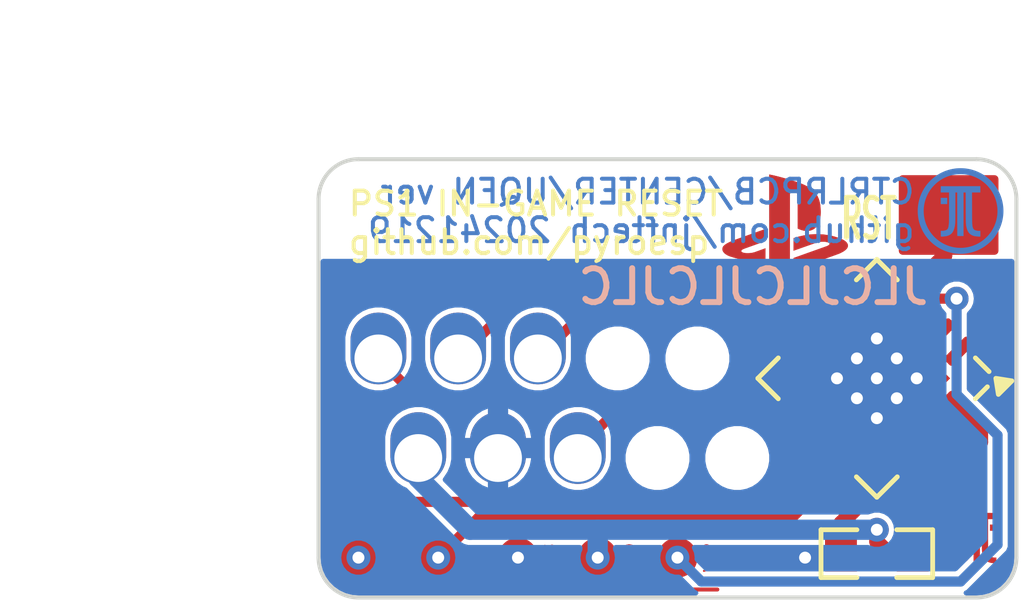
<source format=kicad_pcb>
(kicad_pcb (version 20240108) (generator "pcbnew") (generator_version "8.0")
  (layers (0 "F.Cu" signal) (31 "B.Cu" signal) (34 "B.Paste" user) (35 "F.Paste" user) (36 "B.SilkS" user "B.Silkscreen") (37 "F.SilkS" user "F.Silkscreen") (38 "B.Mask" user) (39 "F.Mask" user) (44 "Edge.Cuts" user))
  (net 0 "")
  (net 1 "+3V3")
  (net 2 "GND")
  (net 3 "/VPP\\~{MCLR}")
  (net 4 "/ICSPDAT")
  (net 5 "/ICSPCLK")
  (net 6 "/CLK")
  (net 7 "/DATA")
  (net 8 "/CMD")
  (net 9 "/~{SS}")
  (net 10 "/RESET")
  (footprint "PS1-IGR:JFTLOGO-1x1.3mm" (layer "F.Cu") (at 120.5 94.5)
    (property "Reference" "G***" (hide yes))
    (property "Value" "LOGO" (hide yes))
    (fp_poly (pts (xy 0.492125 -0.179161) (xy 0.340178 -0.179161) (xy 0.340178 -0.326572) (xy 0.492125 -0.326572) (xy 0.492125 -0.179161)) (stroke (width 0.01)) (fill solid) (layer "F.Cu"))
    (fp_poly (pts (xy 0.490991 -0.617992) (xy 0.491589 -0.543719) (xy 0.492187 -0.469447) (xy 0.28575 -0.469447) (xy 0.285782 -0.106023) (xy 0.2858 -0.062284) (xy 0.285845 -0.019882) (xy 0.285916 0.020937) (xy 0.286011 0.059929) (xy 0.286129 0.096849) (xy 0.286269 0.131454) (xy 0.286429 0.163498) (xy 0.286609 0.192737) (xy 0.286806 0.218926) (xy 0.287019 0.241821) (xy 0.287247 0.261178) (xy 0.287488 0.276752) (xy 0.287742 0.288299) (xy 0.288006 0.295573) (xy 0.288027 0.295955) (xy 0.290656 0.331148) (xy 0.294269 0.3625) (xy 0.298842 0.38988) (xy 0.304351 0.413156) (xy 0.310771 0.432197) (xy 0.315495 0.442382) (xy 0.326643 0.458511) (xy 0.34152 0.472087) (xy 0.360095 0.483097) (xy 0.382339 0.491532) (xy 0.408224 0.497378) (xy 0.43772 0.500623) (xy 0.46092 0.501343) (xy 0.492192 0.501414) (xy 0.491591 0.568774) (xy 0.490991 0.636133) (xy 0.47058 0.636836) (xy 0.460088 0.636911) (xy 0.446822 0.636588) (xy 0.43252 0.635929) (xy 0.419553 0.635046) (xy 0.380056 0.630342) (xy 0.344106 0.622928) (xy 0.311577 0.61276) (xy 0.282346 0.599789) (xy 0.256287 0.583971) (xy 0.234977 0.566837) (xy 0.215656 0.546172) (xy 0.198361 0.52146) (xy 0.183098 0.492712) (xy 0.169871 0.459939) (xy 0.158685 0.423155) (xy 0.149544 0.382371) (xy 0.142455 0.3376) (xy 0.141363 0.328839) (xy 0.140856 0.324295) (xy 0.140392 0.319382) (xy 0.139969 0.313882) (xy 0.139584 0.307578) (xy 0.139236 0.30025) (xy 0.138922 0.291683) (xy 0.138639 0.281656) (xy 0.138384 0.269954) (xy 0.138156 0.256356) (xy 0.137952 0.240647) (xy 0.137769 0.222607) (xy 0.137605 0.202019) (xy 0.137457 0.178665) (xy 0.137323 0.152328) (xy 0.137201 0.122788) (xy 0.137088 0.089828) (xy 0.136981 0.05323) (xy 0.136879 0.012777) (xy 0.136778 -0.03175) (xy 0.136676 -0.080568) (xy 0.136664 -0.086746) (xy 0.135898 -0.469447) (xy 0.079384 -0.469447) (xy 0.078812 0.07654) (xy 0.078241 0.622526) (xy 0.003968 0.623124) (xy -0.070304 0.623722) (xy -0.070304 -0.469447) (xy -0.133631 -0.469447) (xy -0.134397 -0.086746) (xy -0.134497 -0.036297) (xy -0.13459 0.009844) (xy -0.134685 0.051904) (xy -0.134787 0.090109) (xy -0.134905 0.124688) (xy -0.135046 0.155867) (xy -0.135216 0.183874) (xy -0.135423 0.208935) (xy -0.135675 0.231279) (xy -0.135978 0.251132) (xy -0.136339 0.268721) (xy -0.136767 0.284274) (xy -0.137268 0.298019) (xy -0.137849 0.310181) (xy -0.138518 0.320988) (xy -0.139281 0.330669) (xy -0.140147 0.339449) (xy -0.141122 0.347556) (xy -0.142213 0.355217) (xy -0.143429 0.36266) (xy -0.144775 0.370111) (xy -0.146259 0.377799) (xy -0.147889 0.385949) (xy -0.149671 0.39479) (xy -0.149721 0.395035) (xy -0.158811 0.433468) (xy -0.169872 0.46793) (xy -0.182972 0.498568) (xy -0.198182 0.525528) (xy -0.215572 0.548959) (xy -0.23017 0.564384) (xy -0.251962 0.582665) (xy -0.276001 0.59813) (xy -0.30256 0.610868) (xy -0.331914 0.620974) (xy -0.364338 0.628537) (xy -0.400106 0.633651) (xy -0.439493 0.636406) (xy -0.446201 0.636636) (xy -0.489857 0.63793) (xy -0.489857 0.501164) (xy -0.474549 0.502541) (xy -0.462085 0.502953) (xy -0.446676 0.502394) (xy -0.429778 0.501003) (xy -0.412844 0.498918) (xy -0.397329 0.496278) (xy -0.388745 0.494343) (xy -0.367637 0.487802) (xy -0.349841 0.4796) (xy -0.335004 0.46932) (xy -0.322768 0.456541) (xy -0.312781 0.440844) (xy -0.304685 0.421808) (xy -0.298126 0.399013) (xy -0.294763 0.383267) (xy -0.29357 0.376999) (xy -0.292478 0.371032) (xy -0.291483 0.365148) (xy -0.29058 0.35913) (xy -0.289763 0.352759) (xy -0.289028 0.345815) (xy -0.28837 0.338081) (xy -0.287783 0.329337) (xy -0.287263 0.319367) (xy -0.286804 0.30795) (xy -0.286402 0.294868) (xy -0.286052 0.279904) (xy -0.285748 0.262838) (xy -0.285485 0.243451) (xy -0.285259 0.221526) (xy -0.285064 0.196844) (xy -0.284896 0.169186) (xy -0.284749 0.138334) (xy -0.284619 0.10407) (xy -0.284499 0.066174) (xy -0.284386 0.024428) (xy -0.284275 -0.021386) (xy -0.28416 -0.071487) (xy -0.284143 -0.078809) (xy -0.283257 -0.469447) (xy -0.489857 -0.469447) (xy -0.489857 -0.619136) (xy 0.490991 -0.617992)) (stroke (width 0.01)) (fill solid) (layer "F.Cu"))
  )
  (footprint "PS1-IGR:R_0603_0.8mm" (layer "F.Cu") (at 118 94.9 180)
    (property "Reference" "C1" (hide yes))
    (property "Value" "0.1uF")
    (fp_line (start 1.4 -0.600001) (end 1.4 0.600001) (stroke (width 0.12)) (layer "F.SilkS"))
    (fp_line (start 0.499999 0.6) (end 1.4 0.600001) (stroke (width 0.12)) (layer "F.SilkS"))
    (fp_line (start 0.499999 -0.6) (end 1.4 -0.600001) (stroke (width 0.12)) (layer "F.SilkS"))
    (fp_line (start -1.4 0.600001) (end -0.499999 0.6) (stroke (width 0.12)) (layer "F.SilkS"))
    (fp_line (start -1.4 -0.600001) (end -0.499999 -0.6) (stroke (width 0.12)) (layer "F.SilkS"))
    (fp_line (start -1.4 -0.600001) (end -1.4 0.600001) (stroke (width 0.12)) (layer "F.SilkS"))
    (pad "1" smd rect (at -0.9 0 180) (size 0.8 0.9) (layers "F.Cu" "F.Paste" "F.Mask") (net 1 "+3V3"))
    (pad "2" smd rect (at 0.9 0 180) (size 0.8 0.9) (layers "F.Cu" "F.Paste" "F.Mask") (net 2 "GND"))
  )
  (footprint "PS1-IGR:UQFN-16-1EP_4x4mm_P0.65mm_EP2.6x2.6mm" (layer "F.Cu") (at 118 90.5 -135)
    (property "Reference" "U1" (hide yes))
    (property "Value" "PIC16F18325-IJQ")
    (fp_line (start 2.11 2.11) (end 2.11 1.385) (stroke (width 0.12)) (layer "F.SilkS"))
    (fp_line (start 1.385 2.11) (end 2.11 2.11) (stroke (width 0.12)) (layer "F.SilkS"))
    (fp_line (start -1.385 2.11) (end -2.11 2.11) (stroke (width 0.12)) (layer "F.SilkS"))
    (fp_line (start -2.11 2.11) (end -2.11 1.385) (stroke (width 0.12)) (layer "F.SilkS"))
    (fp_line (start 2.11 -2.11) (end 2.11 -1.385) (stroke (width 0.12)) (layer "F.SilkS"))
    (fp_line (start 1.385 -2.11) (end 2.11 -2.11) (stroke (width 0.12)) (layer "F.SilkS"))
    (fp_line (start -2.11 -1.385) (end -2.11 -1.87) (stroke (width 0.12)) (layer "F.SilkS"))
    (fp_line (start -1.385 -2.11) (end -1.81 -2.11) (stroke (width 0.12)) (layer "F.SilkS"))
    (fp_poly (pts (xy -2.11 -2.11) (xy -2.349999 -2.44) (xy -1.87 -2.44) (xy -2.11 -2.11)) (stroke (width 0.12)) (fill solid) (layer "F.SilkS"))
    (pad "1" smd roundrect (at -1.9375 -0.975001 225) (size 0.825 0.3) (layers "F.Cu" "F.Paste" "F.Mask"))
    (pad "2" smd roundrect (at -1.9375 -0.325 225) (size 0.825 0.3) (layers "F.Cu" "F.Paste" "F.Mask"))
    (pad "3" smd roundrect (at -1.9375 0.325 225) (size 0.825 0.3) (layers "F.Cu" "F.Paste" "F.Mask") (net 3 "/VPP\\~{MCLR}"))
    (pad "4" smd roundrect (at -1.9375 0.975001 225) (size 0.825 0.3) (layers "F.Cu" "F.Paste" "F.Mask") (net 10 "/RESET"))
    (pad "5" smd roundrect (at -0.975001 1.9375 225) (size 0.3 0.825) (layers "F.Cu" "F.Paste" "F.Mask"))
    (pad "6" smd roundrect (at -0.325 1.9375 225) (size 0.3 0.825) (layers "F.Cu" "F.Paste" "F.Mask"))
    (pad "7" smd roundrect (at 0.325 1.9375 225) (size 0.3 0.825) (layers "F.Cu" "F.Paste" "F.Mask") (net 8 "/CMD"))
    (pad "8" smd roundrect (at 0.975001 1.9375 225) (size 0.3 0.825) (layers "F.Cu" "F.Paste" "F.Mask") (net 7 "/DATA"))
    (pad "9" smd roundrect (at 1.9375 0.975001 225) (size 0.825 0.3) (layers "F.Cu" "F.Paste" "F.Mask") (net 6 "/CLK"))
    (pad "10" smd roundrect (at 1.9375 0.325 225) (size 0.825 0.3) (layers "F.Cu" "F.Paste" "F.Mask") (net 9 "/~{SS}"))
    (pad "11" smd roundrect (at 1.9375 -0.325 225) (size 0.825 0.3) (layers "F.Cu" "F.Paste" "F.Mask") (net 5 "/ICSPCLK"))
    (pad "12" smd roundrect (at 1.9375 -0.975001 225) (size 0.825 0.3) (layers "F.Cu" "F.Paste" "F.Mask") (net 4 "/ICSPDAT"))
    (pad "13" smd roundrect (at 0.975001 -1.9375 225) (size 0.3 0.825) (layers "F.Cu" "F.Paste" "F.Mask") (net 2 "GND"))
    (pad "14" smd roundrect (at 0.325 -1.9375 225) (size 0.3 0.825) (layers "F.Cu" "F.Paste" "F.Mask"))
    (pad "15" smd roundrect (at -0.325 -1.9375 225) (size 0.3 0.825) (layers "F.Cu" "F.Paste" "F.Mask"))
    (pad "16" smd roundrect (at -0.975001 -1.9375 225) (size 0.3 0.825) (layers "F.Cu" "F.Paste" "F.Mask") (net 1 "+3V3"))
    (pad "17" smd rect (at 0 0 225) (size 2.6 2.6) (property pad_prop_heatsink) (layers "F.Cu" "F.Mask") (net 2 "GND"))
  )
  (footprint "PS1-IGR:TestPoint_Pad_NoSilk_D1.0mm" (layer "F.Cu") (at 113 95)
    (property "Reference" "TP1" (hide yes))
    (property "Value" "VPP" (at 0.8 0 -90) (layer "F.Cu") (effects (font (size 0.25 0.25) (thickness 0.05))))
    (pad "1" smd circle (at 0 0) (size 1 1) (layers "F.Cu" "F.Mask") (net 3 "/VPP\\~{MCLR}"))
  )
  (footprint "PS1-IGR:TestPoint_Pad_NoSilk_D1.0mm" (layer "F.Cu") (at 111 95)
    (property "Reference" "TP2" (hide yes))
    (property "Value" "VDD" (at 0.8 0 -90) (layer "F.Cu") (effects (font (size 0.25 0.25) (thickness 0.05))))
    (pad "1" smd circle (at 0 0) (size 1 1) (layers "F.Cu" "F.Mask") (net 1 "+3V3"))
  )
  (footprint "PS1-IGR:TestPoint_Pad_NoSilk_D1.0mm" (layer "F.Cu") (at 109 95)
    (property "Reference" "TP3" (hide yes))
    (property "Value" "VSS" (at 0.8 0 -90) (layer "F.Cu") (effects (font (size 0.25 0.25) (thickness 0.05))))
    (pad "1" smd circle (at 0 0) (size 1 1) (layers "F.Cu" "F.Mask") (net 2 "GND"))
  )
  (footprint "PS1-IGR:TestPoint_Pad_NoSilk_D1.0mm" (layer "F.Cu") (at 107 95)
    (property "Reference" "TP4" (hide yes))
    (property "Value" "DAT" (at 0.8 0 -90) (layer "F.Cu") (effects (font (size 0.25 0.25) (thickness 0.05))))
    (pad "1" smd circle (at 0 0) (size 1 1) (layers "F.Cu" "F.Mask") (net 4 "/ICSPDAT"))
  )
  (footprint "PS1-IGR:__LOGO_PS1_Cu-2.4mm" (layer "F.Cu") (at 115.7 86.6)
    (property "Reference" "G***" (hide yes))
    (property "Value" "LOGO" (hide yes))
    (fp_poly (pts (xy -0.392114 -1.212239) (xy -0.390173 -1.211824) (xy -0.386082 -1.210972) (xy -0.380179 -1.209754) (xy -0.372804 -1.208239) (xy -0.364295 -1.206497) (xy -0.35499 -1.204597) (xy -0.352425 -1.204074) (xy -0.318902 -1.197004) (xy -0.283225 -1.189026) (xy -0.245591 -1.180193) (xy -0.206198 -1.170558) (xy -0.165242 -1.160175) (xy -0.122921 -1.149097) (xy -0.079432 -1.137377) (xy -0.034972 -1.125069) (xy 0.010262 -1.112226) (xy 0.056073 -1.098901) (xy 0.102263 -1.085148) (xy 0.148636 -1.07102) (xy 0.194994 -1.05657) (xy 0.20828 -1.052368) (xy 0.240872 -1.041933) (xy 0.271201 -1.032026) (xy 0.29947 -1.022567) (xy 0.325883 -1.013478) (xy 0.350643 -1.004682) (xy 0.373955 -0.996099) (xy 0.39602 -0.987652) (xy 0.417043 -0.979262) (xy 0.437228 -0.970851) (xy 0.456778 -0.962339) (xy 0.475896 -0.95365) (xy 0.494786 -0.944705) (xy 0.513651 -0.935425) (xy 0.518795 -0.932838) (xy 0.535578 -0.924253) (xy 0.550551 -0.916348) (xy 0.564245 -0.908817) (xy 0.577188 -0.901353) (xy 0.589913 -0.893649) (xy 0.602948 -0.8854) (xy 0.616825 -0.876299) (xy 0.617855 -0.875614) (xy 0.65033 -0.852698) (xy 0.680503 -0.828746) (xy 0.70842 -0.803698) (xy 0.734124 -0.777489) (xy 0.757661 -0.750058) (xy 0.779076 -0.721341) (xy 0.798412 -0.691277) (xy 0.815716 -0.659803) (xy 0.831031 -0.626856) (xy 0.844403 -0.592374) (xy 0.855876 -0.556294) (xy 0.861504 -0.535305) (xy 0.867178 -0.511343) (xy 0.87212 -0.487447) (xy 0.876374 -0.463265) (xy 0.879983 -0.438447) (xy 0.882992 -0.41264) (xy 0.885446 -0.385494) (xy 0.887388 -0.356657) (xy 0.888863 -0.325779) (xy 0.889248 -0.315277) (xy 0.889982 -0.273291) (xy 0.889236 -0.233285) (xy 0.886996 -0.195164) (xy 0.883252 -0.158838) (xy 0.877991 -0.124211) (xy 0.871201 -0.091193) (xy 0.86287 -0.059689) (xy 0.852986 -0.029607) (xy 0.851911 -0.02667) (xy 0.849261 -0.019921) (xy 0.84577 -0.011637) (xy 0.841755 -0.002543) (xy 0.837537 0.006638) (xy 0.833719 0.014605) (xy 0.824682 0.03227) (xy 0.815826 0.047963) (xy 0.806793 0.062192) (xy 0.797224 0.075466) (xy 0.786761 0.088295) (xy 0.775046 0.101189) (xy 0.767125 0.10931) (xy 0.749749 0.125703) (xy 0.732423 0.139901) (xy 0.714699 0.152199) (xy 0.696128 0.162891) (xy 0.676263 0.172274) (xy 0.66421 0.177142) (xy 0.642807 0.184383) (xy 0.620867 0.189909) (xy 0.598005 0.193786) (xy 0.573838 0.196078) (xy 0.547981 0.196849) (xy 0.54737 0.19685) (xy 0.522017 0.196119) (xy 0.496804 0.193886) (xy 0.471479 0.19009) (xy 0.445791 0.184669) (xy 0.41949 0.177563) (xy 0.392324 0.168709) (xy 0.364044 0.158048) (xy 0.334398 0.145517) (xy 0.331179 0.144083) (xy 0.320093 0.139121) (xy 0.319684 -0.262227) (xy 0.319646 -0.300571) (xy 0.319612 -0.336462) (xy 0.319579 -0.369986) (xy 0.319548 -0.401229) (xy 0.319515 -0.430279) (xy 0.319481 -0.457222) (xy 0.319442 -0.482145) (xy 0.319399 -0.505134) (xy 0.319349 -0.526276) (xy 0.319291 -0.545657) (xy 0.319224 -0.563364) (xy 0.319146 -0.579484) (xy 0.319056 -0.594104) (xy 0.318952 -0.607309) (xy 0.318833 -0.619187) (xy 0.318697 -0.629824) (xy 0.318543 -0.639306) (xy 0.31837 -0.647721) (xy 0.318176 -0.655155) (xy 0.317959 -0.661694) (xy 0.317719 -0.667426) (xy 0.317454 -0.672436) (xy 0.317161 -0.676811) (xy 0.316841 -0.680639) (xy 0.316491 -0.684005) (xy 0.31611 -0.686996) (xy 0.315697 -0.689699) (xy 0.31525 -0.692201) (xy 0.314767 -0.694587) (xy 0.314248 -0.696945) (xy 0.313691 -0.699362) (xy 0.313094 -0.701923) (xy 0.312455 -0.704715) (xy 0.312317 -0.705337) (xy 0.306828 -0.725575) (xy 0.299801 -0.7438) (xy 0.291223 -0.760028) (xy 0.281082 -0.774279) (xy 0.269363 -0.786569) (xy 0.256055 -0.796917) (xy 0.241143 -0.805339) (xy 0.238125 -0.806724) (xy 0.22286 -0.812502) (xy 0.208495 -0.815912) (xy 0.19504 -0.816957) (xy 0.182508 -0.815642) (xy 0.17091 -0.81197) (xy 0.160258 -0.805945) (xy 0.150564 -0.79757) (xy 0.14184 -0.786851) (xy 0.134098 -0.77379) (xy 0.133576 -0.772755) (xy 0.128082 -0.759894) (xy 0.123522 -0.745453) (xy 0.120172 -0.730302) (xy 0.120163 -0.73025) (xy 0.119172 -0.724667) (xy 0.118219 -0.719492) (xy 0.117477 -0.715656) (xy 0.117344 -0.71501) (xy 0.117295 -0.713521) (xy 0.117244 -0.709554) (xy 0.117192 -0.703172) (xy 0.11714 -0.694436) (xy 0.117086 -0.683408) (xy 0.117031 -0.670152) (xy 0.116976 -0.654728) (xy 0.11692 -0.6372) (xy 0.116864 -0.617629) (xy 0.116807 -0.596078) (xy 0.11675 -0.572609) (xy 0.116692 -0.547284) (xy 0.116635 -0.520164) (xy 0.116577 -0.491314) (xy 0.11652 -0.460793) (xy 0.116463 -0.428666) (xy 0.116406 -0.394993) (xy 0.116349 -0.359837) (xy 0.116294 -0.323261) (xy 0.116238 -0.285326) (xy 0.116184 -0.246094) (xy 0.116131 -0.205628) (xy 0.116078 -0.16399) (xy 0.116027 -0.121243) (xy 0.115976 -0.077447) (xy 0.115927 -0.032667) (xy 0.11588 0.013038) (xy 0.115834 0.059603) (xy 0.115789 0.106967) (xy 0.115747 0.155069) (xy 0.115706 0.203844) (xy 0.115669 0.25083) (xy 0.114935 1.212225) (xy -0.1397 1.131418) (xy -0.394335 1.05061) (xy -0.394654 -0.081144) (xy -0.394972 -1.212898) (xy -0.392114 -1.212239)) (stroke (width 0.01)) (fill solid) (layer "F.Cu"))
    (fp_poly (pts (xy -0.496234 0.157453) (xy -0.496101 0.16108) (xy -0.495974 0.166931) (xy -0.495854 0.174851) (xy -0.495743 0.184681) (xy -0.495642 0.196265) (xy -0.495551 0.209444) (xy -0.495473 0.224062) (xy -0.495408 0.23996) (xy -0.495357 0.256983) (xy -0.495322 0.274972) (xy -0.495303 0.29377) (xy -0.4953 0.304485) (xy -0.4953 0.452761) (xy -0.563563 0.477152) (xy -0.574387 0.48102) (xy -0.587331 0.485648) (xy -0.602125 0.490938) (xy -0.618498 0.496793) (xy -0.63618 0.503118) (xy -0.6549 0.509814) (xy -0.674387 0.516785) (xy -0.69437 0.523935) (xy -0.714579 0.531166) (xy -0.734743 0.538382) (xy -0.754591 0.545485) (xy -0.76708 0.549956) (xy -0.786397 0.556869) (xy -0.806076 0.563912) (xy -0.825862 0.570993) (xy -0.845497 0.578018) (xy -0.864724 0.584897) (xy -0.883286 0.591538) (xy -0.900927 0.597848) (xy -0.917388 0.603735) (xy -0.932413 0.609108) (xy -0.945744 0.613875) (xy -0.957125 0.617943) (xy -0.96393 0.620375) (xy -0.976222 0.624774) (xy -0.988085 0.629034) (xy -0.999247 0.633058) (xy -1.009434 0.636744) (xy -1.018373 0.639995) (xy -1.02579 0.64271) (xy -1.031412 0.644791) (xy -1.034965 0.646138) (xy -1.035378 0.646301) (xy -1.05085 0.653039) (xy -1.064564 0.660206) (xy -1.076406 0.667703) (xy -1.086264 0.675433) (xy -1.094024 0.683299) (xy -1.099573 0.691202) (xy -1.102799 0.699045) (xy -1.10363 0.705333) (xy -1.102388 0.713268) (xy -1.098698 0.720747) (xy -1.092617 0.72774) (xy -1.084201 0.734219) (xy -1.073507 0.740152) (xy -1.060591 0.745512) (xy -1.04551 0.750268) (xy -1.028319 0.754391) (xy -1.009076 0.757852) (xy -1.00076 0.759052) (xy -0.991959 0.759971) (xy -0.981081 0.760677) (xy -0.968579 0.761172) (xy -0.954908 0.761458) (xy -0.94052 0.761537) (xy -0.92587 0.761413) (xy -0.911411 0.761087) (xy -0.897598 0.760561) (xy -0.884883 0.759838) (xy -0.873721 0.758921) (xy -0.868776 0.758379) (xy -0.836927 0.753842) (xy -0.807288 0.748233) (xy -0.779757 0.741532) (xy -0.76885 0.738402) (xy -0.765673 0.737372) (xy -0.760295 0.735537) (xy -0.752898 0.732963) (xy -0.743668 0.729715) (xy -0.732788 0.725859) (xy -0.720441 0.72146) (xy -0.706814 0.716585) (xy -0.692088 0.711299) (xy -0.676449 0.705667) (xy -0.66008 0.699756) (xy -0.643166 0.69363) (xy -0.633595 0.690156) (xy -0.616595 0.683983) (xy -0.600136 0.678009) (xy -0.584392 0.672298) (xy -0.569537 0.666911) (xy -0.555745 0.661914) (xy -0.54319 0.657367) (xy -0.532046 0.653335) (xy -0.522487 0.64988) (xy -0.514686 0.647065) (xy -0.508818 0.644954) (xy -0.505057 0.643608) (xy -0.503867 0.643189) (xy -0.495289 0.640227) (xy -0.495612 0.773139) (xy -0.495935 0.906052) (xy -0.5207 0.91021) (xy -0.570805 0.918036) (xy -0.619293 0.924389) (xy -0.666597 0.929299) (xy -0.713149 0.932797) (xy -0.759379 0.934913) (xy -0.80572 0.935676) (xy -0.852604 0.935117) (xy -0.86995 0.934589) (xy -0.93164 0.9312) (xy -0.993728 0.925384) (xy -1.055988 0.917173) (xy -1.118193 0.906603) (xy -1.180115 0.893706) (xy -1.233805 0.880561) (xy -1.250249 0.876146) (xy -1.267544 0.871311) (xy -1.285356 0.866163) (xy -1.303351 0.860805) (xy -1.321198 0.855343) (xy -1.338561 0.849881) (xy -1.355107 0.844524) (xy -1.370504 0.839377) (xy -1.384417 0.834544) (xy -1.396513 0.830131) (xy -1.40589 0.826475) (xy -1.430842 0.815528) (xy -1.453909 0.803807) (xy -1.475044 0.791377) (xy -1.494201 0.778303) (xy -1.511331 0.764648) (xy -1.526388 0.750477) (xy -1.539325 0.735856) (xy -1.550094 0.720847) (xy -1.558648 0.705517) (xy -1.56494 0.689929) (xy -1.568922 0.674148) (xy -1.570548 0.658238) (xy -1.569769 0.642264) (xy -1.56654 0.626291) (xy -1.562 0.613166) (xy -1.556638 0.60204) (xy -1.549762 0.591108) (xy -1.541277 0.580293) (xy -1.531084 0.569518) (xy -1.519085 0.558704) (xy -1.505183 0.547775) (xy -1.489281 0.536653) (xy -1.47128 0.525261) (xy -1.451084 0.513522) (xy -1.428594 0.501358) (xy -1.40716 0.490406) (xy -1.38227 0.478286) (xy -1.357325 0.466767) (xy -1.331884 0.455668) (xy -1.30551 0.444805) (xy -1.277764 0.433995) (xy -1.248207 0.423055) (xy -1.229995 0.416555) (xy -1.225713 0.415042) (xy -1.219144 0.412716) (xy -1.210398 0.409615) (xy -1.199582 0.405778) (xy -1.186803 0.401242) (xy -1.172169 0.396047) (xy -1.155789 0.390231) (xy -1.137769 0.383831) (xy -1.118217 0.376886) (xy -1.097241 0.369435) (xy -1.074949 0.361515) (xy -1.051449 0.353164) (xy -1.026847 0.344422) (xy -1.001252 0.335326) (xy -0.974771 0.325914) (xy -0.947513 0.316226) (xy -0.919584 0.306298) (xy -0.891093 0.296169) (xy -0.862147 0.285878) (xy -0.845305 0.279891) (xy -0.816602 0.269686) (xy -0.788517 0.259705) (xy -0.761145 0.249979) (xy -0.734582 0.240543) (xy -0.70892 0.23143) (xy -0.684255 0.222673) (xy -0.660681 0.214306) (xy -0.638292 0.206363) (xy -0.617182 0.198876) (xy -0.597447 0.191879) (xy -0.579179 0.185406) (xy -0.562474 0.179489) (xy -0.547425 0.174164) (xy -0.534128 0.169462) (xy -0.522676 0.165418) (xy -0.513164 0.162064) (xy -0.505686 0.159434) (xy -0.500337 0.157563) (xy -0.497211 0.156482) (xy -0.496373 0.15621) (xy -0.496234 0.157453)) (stroke (width 0.01)) (fill solid) (layer "F.Cu"))
    (fp_poly (pts (xy 0.805443 0.284768) (xy 0.821695 0.284894) (xy 0.836706 0.285144) (xy 0.850003 0.285523) (xy 0.852805 0.28563) (xy 0.907289 0.288648) (xy 0.961272 0.293258) (xy 1.014535 0.299422) (xy 1.066859 0.307102) (xy 1.118028 0.316261) (xy 1.167824 0.32686) (xy 1.216027 0.338861) (xy 1.262421 0.352226) (xy 1.29413 0.362519) (xy 1.31356 0.369157) (xy 1.330794 0.375085) (xy 1.346051 0.380389) (xy 1.359548 0.38515) (xy 1.371501 0.389455) (xy 1.38213 0.393384) (xy 1.39165 0.397024) (xy 1.400281 0.400457) (xy 1.40824 0.403766) (xy 1.415744 0.407036) (xy 1.423011 0.41035) (xy 1.430258 0.413793) (xy 1.437703 0.417447) (xy 1.44018 0.418682) (xy 1.45856 0.428255) (xy 1.474823 0.437549) (xy 1.489334 0.446812) (xy 1.502459 0.456294) (xy 1.514565 0.466243) (xy 1.526017 0.47691) (xy 1.526632 0.47752) (xy 1.535929 0.48709) (xy 1.543497 0.495676) (xy 1.549692 0.503743) (xy 1.554872 0.511754) (xy 1.559279 0.51994) (xy 1.564176 0.530741) (xy 1.56765 0.540665) (xy 1.569999 0.550698) (xy 1.571284 0.559592) (xy 1.571943 0.56655) (xy 1.572092 0.572234) (xy 1.5717 0.577861) (xy 1.570735 0.584648) (xy 1.57064 0.58523) (xy 1.567282 0.599844) (xy 1.562028 0.614068) (xy 1.554807 0.627984) (xy 1.545545 0.641673) (xy 1.53417 0.655217) (xy 1.520609 0.668698) (xy 1.50479 0.682199) (xy 1.486639 0.6958) (xy 1.466084 0.709583) (xy 1.452575 0.71797) (xy 1.443334 0.723348) (xy 1.432273 0.729443) (xy 1.419916 0.735993) (xy 1.406786 0.742735) (xy 1.393408 0.749406) (xy 1.380304 0.755744) (xy 1.367998 0.761486) (xy 1.357014 0.76637) (xy 1.35128 0.768778) (xy 1.349124 0.7696) (xy 1.344701 0.771235) (xy 1.3381 0.77365) (xy 1.329411 0.776815) (xy 1.318724 0.780695) (xy 1.306128 0.78526) (xy 1.291713 0.790477) (xy 1.275569 0.796314) (xy 1.257786 0.802737) (xy 1.238454 0.809716) (xy 1.217661 0.817218) (xy 1.195499 0.825211) (xy 1.172056 0.833661) (xy 1.147422 0.842538) (xy 1.121688 0.851809) (xy 1.094942 0.861442) (xy 1.067275 0.871403) (xy 1.038776 0.881662) (xy 1.009535 0.892186) (xy 0.979642 0.902942) (xy 0.949187 0.913899) (xy 0.918259 0.925023) (xy 0.886948 0.936284) (xy 0.855344 0.947648) (xy 0.823536 0.959083) (xy 0.791614 0.970558) (xy 0.759669 0.982039) (xy 0.727789 0.993495) (xy 0.696065 1.004893) (xy 0.664586 1.016201) (xy 0.633442 1.027387) (xy 0.602722 1.038419) (xy 0.572517 1.049264) (xy 0.542916 1.05989) (xy 0.51401 1.070265) (xy 0.485886 1.080356) (xy 0.458636 1.090131) (xy 0.43235 1.099559) (xy 0.407116 1.108606) (xy 0.383025 1.117241) (xy 0.360166 1.125432) (xy 0.338629 1.133145) (xy 0.318504 1.140349) (xy 0.299881 1.147011) (xy 0.282849 1.1531) (xy 0.267498 1.158583) (xy 0.253917 1.163427) (xy 0.242198 1.167601) (xy 0.232428 1.171072) (xy 0.224699 1.173809) (xy 0.219099 1.175778) (xy 0.215719 1.176947) (xy 0.21465 1.17729) (xy 0.214423 1.17607) (xy 0.214219 1.172405) (xy 0.214037 1.166284) (xy 0.213877 1.157699) (xy 0.21374 1.14664) (xy 0.213624 1.133097) (xy 0.21353 1.117061) (xy 0.213458 1.098523) (xy 0.213408 1.077472) (xy 0.21338 1.0539) (xy 0.213373 1.029652) (xy 0.213386 0.882015) (xy 0.62517 0.735388) (xy 0.656533 0.724218) (xy 0.687335 0.713247) (xy 0.717487 0.702504) (xy 0.746898 0.692022) (xy 0.77548 0.681833) (xy 0.803143 0.67197) (xy 0.829799 0.662463) (xy 0.855356 0.653344) (xy 0.879727 0.644647) (xy 0.902821 0.636402) (xy 0.92455 0.628642) (xy 0.944823 0.621398) (xy 0.963552 0.614702) (xy 0.980647 0.608587) (xy 0.996019 0.603085) (xy 1.009578 0.598226) (xy 1.021235 0.594043) (xy 1.0309 0.590569) (xy 1.038485 0.587835) (xy 1.043899 0.585872) (xy 1.047054 0.584714) (xy 1.04775 0.584448) (xy 1.063858 0.577445) (xy 1.077988 0.570123) (xy 1.090073 0.562554) (xy 1.100047 0.554805) (xy 1.107845 0.546947) (xy 1.1134 0.53905) (xy 1.116646 0.531182) (xy 1.117518 0.523414) (xy 1.11595 0.515815) (xy 1.11496 0.513509) (xy 1.110411 0.50678) (xy 1.103514 0.50034) (xy 1.094451 0.494276) (xy 1.083405 0.488674) (xy 1.070559 0.48362) (xy 1.056098 0.479201) (xy 1.040203 0.475503) (xy 1.030999 0.473823) (xy 1.019721 0.472064) (xy 1.009254 0.470701) (xy 0.999004 0.46969) (xy 0.988373 0.468991) (xy 0.976766 0.468558) (xy 0.963589 0.46835) (xy 0.954405 0.468315) (xy 0.931027 0.468622) (xy 0.909289 0.469608) (xy 0.888365 0.471347) (xy 0.86743 0.473911) (xy 0.845656 0.477371) (xy 0.84074 0.478247) (xy 0.834697 0.479361) (xy 0.828941 0.480472) (xy 0.823323 0.481627) (xy 0.817699 0.482873) (xy 0.811922 0.484256) (xy 0.805846 0.485822) (xy 0.799324 0.487618) (xy 0.792212 0.48969) (xy 0.784362 0.492086) (xy 0.775629 0.494851) (xy 0.765866 0.498031) (xy 0.754927 0.501675) (xy 0.742667 0.505827) (xy 0.728939 0.510534) (xy 0.713597 0.515844) (xy 0.696495 0.521802) (xy 0.677487 0.528455) (xy 0.656427 0.53585) (xy 0.633168 0.544032) (xy 0.62484 0.546964) (xy 0.587513 0.560109) (xy 0.552508 0.572436) (xy 0.519752 0.583971) (xy 0.489172 0.59474) (xy 0.460693 0.604769) (xy 0.434243 0.614084) (xy 0.409748 0.622711) (xy 0.387133 0.630676) (xy 0.366327 0.638005) (xy 0.347255 0.644723) (xy 0.329844 0.650856) (xy 0.31402 0.656431) (xy 0.29971 0.661473) (xy 0.286841 0.666009) (xy 0.275338 0.670063) (xy 0.265129 0.673662) (xy 0.256139 0.676833) (xy 0.248296 0.6796) (xy 0.241526 0.68199) (xy 0.235755 0.684028) (xy 0.230909 0.685741) (xy 0.226916 0.687154) (xy 0.223702 0.688294) (xy 0.221194 0.689185) (xy 0.219317 0.689855) (xy 0.217998 0.690329) (xy 0.217165 0.690633) (xy 0.216847 0.690752) (xy 0.213349 0.69209) (xy 0.213672 0.538236) (xy 0.213995 0.384381) (xy 0.24179 0.375002) (xy 0.279039 0.363082) (xy 0.318392 0.351712) (xy 0.359456 0.340967) (xy 0.401839 0.330924) (xy 0.44515 0.321659) (xy 0.488995 0.313248) (xy 0.532984 0.305765) (xy 0.576723 0.299288) (xy 0.619822 0.293891) (xy 0.661887 0.289652) (xy 0.696595 0.287011) (xy 0.708309 0.286385) (xy 0.72209 0.285854) (xy 0.737464 0.285422) (xy 0.753959 0.285093) (xy 0.771102 0.284871) (xy 0.788421 0.284762) (xy 0.805443 0.284768)) (stroke (width 0.01)) (fill solid) (layer "F.Cu"))
  )
  (footprint "PS1-IGR:PS1ctrlrRibbon_SolderSide_ForTHb" (layer "F.Cu") (at 105.5 90)
    (property "Reference" "J1" (hide yes))
    (property "Value" "PS1 Controller 1 (Solder Side)")
    (pad "" np_thru_hole circle (at 6 0) (size 1.2 1.2) (drill 1.2) (layers "F&B.Cu" "*.Mask"))
    (pad "" np_thru_hole circle (at 7 2.5) (size 1.2 1.2) (drill 1.2) (layers "*.Cu" "*.Mask"))
    (pad "" np_thru_hole circle (at 8 0) (size 1.2 1.2) (drill 1.2) (layers "*.Cu" "*.Mask"))
    (pad "" np_thru_hole circle (at 9 2.5) (size 1.2 1.2) (drill 1.2) (layers "*.Cu" "*.Mask"))
    (pad "1" thru_hole oval (at 4 0) (size 1.4 1.8) (drill 1.2 (offset 0 -0.25)) (layers "*.Cu" "*.Mask") (net 7 "/DATA"))
    (pad "2" thru_hole oval (at 2 0) (size 1.4 1.8) (drill 1.2 (offset 0 -0.25)) (layers "*.Cu" "*.Mask") (net 8 "/CMD"))
    (pad "4" thru_hole oval (at 3 2.5) (size 1.4 1.8) (drill 1.2 (offset 0 -0.25)) (layers "*.Cu" "*.Mask") (net 2 "GND"))
    (pad "5" thru_hole oval (at 1 2.5) (size 1.4 1.8) (drill 1.2 (offset 0 -0.25)) (layers "*.Cu" "*.Mask") (net 1 "+3V3"))
    (pad "6" thru_hole oval (at 5 2.5) (size 1.4 1.8) (drill 1.2 (offset 0 -0.25)) (layers "*.Cu" "*.Mask") (net 9 "/~{SS}"))
    (pad "7" thru_hole oval (at 0 0) (size 1.4 1.8) (drill 1.2 (offset 0 -0.25)) (layers "*.Cu" "*.Mask") (net 6 "/CLK"))
  )
  (footprint "PS1-IGR:TestPoint_Pad_NoSilk_D1.0mm" (layer "F.Cu") (at 105 95)
    (property "Reference" "TP5" (hide yes))
    (property "Value" "CLK" (at 0.803 0 -90) (layer "F.Cu") (effects (font (size 0.25 0.25) (thickness 0.05))))
    (pad "1" smd circle (at 0 0) (size 1 1) (layers "F.Cu" "F.Mask") (net 5 "/ICSPCLK"))
  )
  (footprint "PS1-IGR:Wirepad-2x2.5mm" (layer "F.Cu") (at 119.8 86.4)
    (property "Reference" "TP7")
    (property "Value" "RST" (at -2 0.1 0) (layer "F.SilkS") (effects (font (size 1 0.5) (thickness 0.125) (bold yes))))
    (pad "1" smd roundrect (at 0 0 90) (size 2 2.5) (layers "F.Cu" "F.Paste" "F.Mask") (roundrect_rratio 0.05) (net 10 "/RESET"))
  )
  (footprint "PS1-IGR:JFTLOGO-1x1.3mm" (layer "B.Cu") (at 120.1 86.3 180)
    (property "Reference" "G***" (hide yes))
    (property "Value" "LOGO" (hide yes))
    (fp_poly (pts (xy 0.492125 0.179161) (xy 0.340178 0.179161) (xy 0.340178 0.326572) (xy 0.492125 0.326572) (xy 0.492125 0.179161)) (stroke (width 0.01)) (fill solid) (layer "B.Cu"))
    (fp_poly (pts (xy 0.490991 0.617992) (xy 0.491589 0.543719) (xy 0.492187 0.469447) (xy 0.28575 0.469447) (xy 0.285782 0.106023) (xy 0.2858 0.062284) (xy 0.285845 0.019882) (xy 0.285916 -0.020937) (xy 0.286011 -0.059929) (xy 0.286129 -0.096849) (xy 0.286269 -0.131454) (xy 0.286429 -0.163498) (xy 0.286609 -0.192737) (xy 0.286806 -0.218926) (xy 0.287019 -0.241821) (xy 0.287247 -0.261178) (xy 0.287488 -0.276752) (xy 0.287742 -0.288299) (xy 0.288006 -0.295573) (xy 0.288027 -0.295955) (xy 0.290656 -0.331148) (xy 0.294269 -0.3625) (xy 0.298842 -0.38988) (xy 0.304351 -0.413156) (xy 0.310771 -0.432197) (xy 0.315495 -0.442382) (xy 0.326643 -0.458511) (xy 0.34152 -0.472087) (xy 0.360095 -0.483097) (xy 0.382339 -0.491532) (xy 0.408224 -0.497378) (xy 0.43772 -0.500623) (xy 0.46092 -0.501343) (xy 0.492192 -0.501414) (xy 0.491591 -0.568774) (xy 0.490991 -0.636133) (xy 0.47058 -0.636836) (xy 0.460088 -0.636911) (xy 0.446822 -0.636588) (xy 0.43252 -0.635929) (xy 0.419553 -0.635046) (xy 0.380056 -0.630342) (xy 0.344106 -0.622928) (xy 0.311577 -0.61276) (xy 0.282346 -0.599789) (xy 0.256287 -0.583971) (xy 0.234977 -0.566837) (xy 0.215656 -0.546172) (xy 0.198361 -0.52146) (xy 0.183098 -0.492712) (xy 0.169871 -0.459939) (xy 0.158685 -0.423155) (xy 0.149544 -0.382371) (xy 0.142455 -0.3376) (xy 0.141363 -0.328839) (xy 0.140856 -0.324295) (xy 0.140392 -0.319382) (xy 0.139969 -0.313882) (xy 0.139584 -0.307578) (xy 0.139236 -0.30025) (xy 0.138922 -0.291683) (xy 0.138639 -0.281656) (xy 0.138384 -0.269954) (xy 0.138156 -0.256356) (xy 0.137952 -0.240647) (xy 0.137769 -0.222607) (xy 0.137605 -0.202019) (xy 0.137457 -0.178665) (xy 0.137323 -0.152328) (xy 0.137201 -0.122788) (xy 0.137088 -0.089828) (xy 0.136981 -0.05323) (xy 0.136879 -0.012777) (xy 0.136778 0.03175) (xy 0.136676 0.080568) (xy 0.136664 0.086746) (xy 0.135898 0.469447) (xy 0.079384 0.469447) (xy 0.078812 -0.07654) (xy 0.078241 -0.622526) (xy 0.003968 -0.623124) (xy -0.070304 -0.623722) (xy -0.070304 0.469447) (xy -0.133631 0.469447) (xy -0.134397 0.086746) (xy -0.134497 0.036297) (xy -0.13459 -0.009844) (xy -0.134685 -0.051904) (xy -0.134787 -0.090109) (xy -0.134905 -0.124688) (xy -0.135046 -0.155867) (xy -0.135216 -0.183874) (xy -0.135423 -0.208935) (xy -0.135675 -0.231279) (xy -0.135978 -0.251132) (xy -0.136339 -0.268721) (xy -0.136767 -0.284274) (xy -0.137268 -0.298019) (xy -0.137849 -0.310181) (xy -0.138518 -0.320988) (xy -0.139281 -0.330669) (xy -0.140147 -0.339449) (xy -0.141122 -0.347556) (xy -0.142213 -0.355217) (xy -0.143429 -0.36266) (xy -0.144775 -0.370111) (xy -0.146259 -0.377799) (xy -0.147889 -0.385949) (xy -0.149671 -0.39479) (xy -0.149721 -0.395035) (xy -0.158811 -0.433468) (xy -0.169872 -0.46793) (xy -0.182972 -0.498568) (xy -0.198182 -0.525528) (xy -0.215572 -0.548959) (xy -0.23017 -0.564384) (xy -0.251962 -0.582665) (xy -0.276001 -0.59813) (xy -0.30256 -0.610868) (xy -0.331914 -0.620974) (xy -0.364338 -0.628537) (xy -0.400106 -0.633651) (xy -0.439493 -0.636406) (xy -0.446201 -0.636636) (xy -0.489857 -0.63793) (xy -0.489857 -0.501164) (xy -0.474549 -0.502541) (xy -0.462085 -0.502953) (xy -0.446676 -0.502394) (xy -0.429778 -0.501003) (xy -0.412844 -0.498918) (xy -0.397329 -0.496278) (xy -0.388745 -0.494343) (xy -0.367637 -0.487802) (xy -0.349841 -0.4796) (xy -0.335004 -0.46932) (xy -0.322768 -0.456541) (xy -0.312781 -0.440844) (xy -0.304685 -0.421808) (xy -0.298126 -0.399013) (xy -0.294763 -0.383267) (xy -0.29357 -0.376999) (xy -0.292478 -0.371032) (xy -0.291483 -0.365148) (xy -0.29058 -0.35913) (xy -0.289763 -0.352759) (xy -0.289028 -0.345815) (xy -0.28837 -0.338081) (xy -0.287783 -0.329337) (xy -0.287263 -0.319367) (xy -0.286804 -0.30795) (xy -0.286402 -0.294868) (xy -0.286052 -0.279904) (xy -0.285748 -0.262838) (xy -0.285485 -0.243451) (xy -0.285259 -0.221526) (xy -0.285064 -0.196844) (xy -0.284896 -0.169186) (xy -0.284749 -0.138334) (xy -0.284619 -0.10407) (xy -0.284499 -0.066174) (xy -0.284386 -0.024428) (xy -0.284275 0.021386) (xy -0.28416 0.071487) (xy -0.284143 0.078809) (xy -0.283257 0.469447) (xy -0.489857 0.469447) (xy -0.489857 0.619136) (xy 0.490991 0.617992)) (stroke (width 0.01)) (fill solid) (layer "B.Cu"))
  )
  (gr_line (start 104.2 95) (end 104.2 94.5) (stroke (width 0.1)) (layer "F.Cu"))
  (gr_arc (start 105 95.8) (mid 104.434315 95.565685) (end 104.2 95) (stroke (width 0.1)) (layer "F.Cu"))
  (gr_line (start 105 95.8) (end 114 95.8) (stroke (width 0.1)) (layer "F.Cu"))
  (gr_circle (center 120.1 86.3) (end 121.1 86.3) (stroke (width 0.15)) (fill none) (layer "B.Cu"))
  (gr_line (start 104 86) (end 104 95) (stroke (width 0.1)) (layer "Edge.Cuts"))
  (gr_line (start 121.5 86) (end 121.5 95) (stroke (width 0.1)) (layer "Edge.Cuts"))
  (gr_line (start 105 85) (end 120.5 85) (stroke (width 0.1)) (layer "Edge.Cuts"))
  (gr_arc (start 121.5 95) (mid 121.207107 95.707107) (end 120.5 96) (stroke (width 0.1)) (layer "Edge.Cuts"))
  (gr_line (start 105 96) (end 120.5 96) (stroke (width 0.1)) (layer "Edge.Cuts"))
  (gr_arc (start 105 96) (mid 104.292893 95.707107) (end 104 95) (stroke (width 0.1)) (layer "Edge.Cuts"))
  (gr_arc (start 120.5 85) (mid 121.207107 85.292893) (end 121.5 86) (stroke (width 0.1)) (layer "Edge.Cuts"))
  (gr_arc (start 104 86) (mid 104.292893 85.292893) (end 105 85) (stroke (width 0.1)) (layer "Edge.Cuts"))
  (gr_text "ICSP" (at 104.1 94 0) (layer "F.Cu") (effects (font (size 0.45 0.45) (thickness 0.1)) (justify left)))
  (gr_text "CTRLRPCB/CENTER/UQFN ver\ngithub.com/jnftech 20241219" (at 119 86.3 0) (layer "B.Cu") (effects (font (size 0.6 0.6) (thickness 0.1)) (justify left mirror)))
  (gr_text "JLCJLCJLCJLC" (at 114.9 88.2 0) (layer "B.SilkS") (effects (font (size 0.85 0.85)) (justify mirror)))
  (gr_text "PS1 IN-GAME RESET\ngithub.com/pyroesp" (at 104.7 86.6 0) (layer "F.SilkS") (effects (font (size 0.6 0.6) (thickness 0.1)) (justify left)))
  (segment (start 118 94.6) (end 118.3 94.9) (width 0.381) (layer "F.Cu") (net 1))
  (segment (start 118 94.3) (end 118 94.6) (width 0.381) (layer "F.Cu") (net 1))
  (segment (start 118.3 94.9) (end 118.9 94.9) (width 0.381) (layer "F.Cu") (net 1))
  (segment (start 118.9 93.8) (end 120.6 92.1) (width 0.381) (layer "F.Cu") (net 1))
  (segment (start 120.6 91.721141) (end 120.059449 91.18059) (width 0.381) (layer "F.Cu") (net 1))
  (segment (start 120.6 92.1) (end 120.6 91.721141) (width 0.381) (layer "F.Cu") (net 1))
  (segment (start 118.9 94.9) (end 118.9 93.8) (width 0.381) (layer "F.Cu") (net 1))
  (via (at 111 95) (size 0.6) (drill 0.3) (layers "F.Cu" "B.Cu") (net 1))
  (via (at 118 94.3) (size 0.6) (drill 0.3) (layers "F.Cu" "B.Cu") (net 1))
  (segment (start 111 94.3) (end 111 95) (width 0.508) (layer "B.Cu") (net 1))
  (segment (start 106.5 93) (end 107.8 94.3) (width 0.508) (layer "B.Cu") (net 1))
  (segment (start 118 94.3) (end 111 94.3) (width 0.508) (layer "B.Cu") (net 1))
  (segment (start 106.5 92.5) (end 106.5 93) (width 0.508) (layer "B.Cu") (net 1))
  (segment (start 107.8 94.3) (end 111 94.3) (width 0.508) (layer "B.Cu") (net 1))
  (segment (start 117 95) (end 117.1 94.9) (width 0.381) (layer "F.Cu") (net 2))
  (segment (start 116.2 95) (end 117 95) (width 0.381) (layer "F.Cu") (net 2))
  (segment (start 117.1 94.140039) (end 117.870019 93.37002) (width 0.381) (layer "F.Cu") (net 2))
  (segment (start 117.870019 93.37002) (end 117.870019 93.370019) (width 0.381) (layer "F.Cu") (net 2))
  (segment (start 117.1 94.9) (end 117.1 94.140039) (width 0.381) (layer "F.Cu") (net 2))
  (segment (start 117.870019 93.370019) (end 117.87002 93.370019) (width 0.381) (layer "F.Cu") (net 2))
  (segment (start 117.87002 93.370019) (end 118.68059 92.559449) (width 0.381) (layer "F.Cu") (net 2))
  (via (at 117 90.5) (size 0.6) (drill 0.3) (layers "F.Cu" "B.Cu") (net 2))
  (via (at 118 90.5) (size 0.6) (drill 0.3) (layers "F.Cu" "B.Cu") (net 2))
  (via (at 117.5 90) (size 0.6) (drill 0.3) (layers "F.Cu" "B.Cu") (net 2))
  (via (at 109 95) (size 0.6) (drill 0.3) (layers "F.Cu" "B.Cu") (net 2))
  (via (at 116.2 95) (size 0.6) (drill 0.3) (layers "F.Cu" "B.Cu") (net 2))
  (via (at 118 91.5) (size 0.6) (drill 0.3) (layers "F.Cu" "B.Cu") (net 2))
  (via (at 118 89.5) (size 0.6) (drill 0.3) (layers "F.Cu" "B.Cu") (net 2))
  (via (at 119 90.5) (size 0.6) (drill 0.3) (layers "F.Cu" "B.Cu") (net 2))
  (via (at 118.5 91) (size 0.6) (drill 0.3) (layers "F.Cu" "B.Cu") (net 2))
  (via (at 117.5 91) (size 0.6) (drill 0.3) (layers "F.Cu" "B.Cu") (net 2))
  (via (at 118.5 90) (size 0.6) (drill 0.3) (layers "F.Cu" "B.Cu") (net 2))
  (segment (start 119.540381 88.5) (end 120 88.5) (width 0.254) (layer "F.Cu") (net 3))
  (segment (start 113 94.969032) (end 113 94.999996) (width 0.254) (layer "F.Cu") (net 3))
  (segment (start 119.184404 88.855977) (end 119.540381 88.5) (width 0.254) (layer "F.Cu") (net 3))
  (via (at 120 88.5) (size 0.6) (drill 0.3) (layers "F.Cu" "B.Cu") (net 3))
  (via (at 113 94.999996) (size 0.6) (drill 0.3) (layers "F.Cu" "B.Cu") (net 3))
  (segment (start 120.1 95.6) (end 113.600004 95.6) (width 0.254) (layer "B.Cu") (net 3))
  (segment (start 121.027 94.673) (end 120.1 95.6) (width 0.254) (layer "B.Cu") (net 3))
  (segment (start 120 88.5) (end 120 90.9) (width 0.254) (layer "B.Cu") (net 3))
  (segment (start 113.600004 95.6) (end 113 94.999996) (width 0.254) (layer "B.Cu") (net 3))
  (segment (start 120 90.9) (end 121.027 91.927) (width 0.254) (layer "B.Cu") (net 3))
  (segment (start 121.027 91.927) (end 121.027 94.673) (width 0.254) (layer "B.Cu") (net 3))
  (segment (start 107 95) (end 108 94) (width 0.254) (layer "F.Cu") (net 4))
  (segment (start 115.878859 94) (end 117.275216 92.603643) (width 0.254) (layer "F.Cu") (net 4))
  (segment (start 108 94) (end 115.878859 94) (width 0.254) (layer "F.Cu") (net 4))
  (segment (start 107 95) (end 107 95) (width 0.254) (layer "F.Cu") (net 4))
  (via (at 107 95) (size 0.6) (drill 0.3) (layers "F.Cu" "B.Cu") (net 4))
  (segment (start 105 95) (end 106.4 93.6) (width 0.254) (layer "F.Cu") (net 5))
  (segment (start 106.4 93.6) (end 115.359619 93.6) (width 0.254) (layer "F.Cu") (net 5))
  (segment (start 115.359619 93.6) (end 116.815596 92.144023) (width 0.254) (layer "F.Cu") (net 5))
  (segment (start 105 95) (end 105 95) (width 0.254) (layer "F.Cu") (net 5))
  (via (at 105 95) (size 0.6) (drill 0.3) (layers "F.Cu" "B.Cu") (net 5))
  (segment (start 115.721573 91.05) (end 115.896357 91.224784) (width 0.254) (layer "F.Cu") (net 6))
  (segment (start 105.5 90) (end 106.55 91.05) (width 0.254) (layer "F.Cu") (net 6))
  (segment (start 106.55 91.05) (end 115.721573 91.05) (width 0.254) (layer "F.Cu") (net 6))
  (segment (start 115.121141 89) (end 110.5 89) (width 0.254) (layer "F.Cu") (net 7))
  (segment (start 115.896357 89.775216) (end 115.121141 89) (width 0.254) (layer "F.Cu") (net 7))
  (segment (start 110.5 89) (end 109.77701 89.72299) (width 0.254) (layer "F.Cu") (net 7))
  (segment (start 109 88.5) (end 107.77701 89.72299) (width 0.254) (layer "F.Cu") (net 8))
  (segment (start 115.540381 88.5) (end 109 88.5) (width 0.254) (layer "F.Cu") (net 8))
  (segment (start 116.355977 89.315596) (end 115.540381 88.5) (width 0.254) (layer "F.Cu") (net 8))
  (segment (start 115.5 92) (end 114.95 91.45) (width 0.254) (layer "F.Cu") (net 9))
  (segment (start 114.95 91.45) (end 111.327492 91.45) (width 0.254) (layer "F.Cu") (net 9))
  (segment (start 116.040381 92) (end 115.5 92) (width 0.254) (layer "F.Cu") (net 9))
  (segment (start 116.355977 91.684404) (end 116.040381 92) (width 0.254) (layer "F.Cu") (net 9))
  (segment (start 110.777493 91.999999) (end 110.777493 92.777492) (width 0.254) (layer "F.Cu") (net 9))
  (segment (start 111.327492 91.45) (end 110.777493 91.999999) (width 0.254) (layer "F.Cu") (net 9))
  (segment (start 119.7 87.421141) (end 119.7 86.2) (width 0.381) (layer "F.Cu") (net 10))
  (segment (start 118.724784 88.396357) (end 119.7 87.421141) (width 0.381) (layer "F.Cu") (net 10))
  (zone (net 2) (net_name "GND") (layer "B.Cu") (connect_pads (clearance 0.127)) (min_thickness 0.127) (fill yes (thermal_gap 0.127) (thermal_bridge_width 0.508))
    (polygon (pts (xy 121.45 96.003907) (xy 103.95 95.996094) (xy 104 84.9875) (xy 121.5 84.995313)))
  )
  (zone (net 0) (net_name "") (layer "B.Cu") (connect_pads (clearance 0)) (min_thickness 0.254)
    (keepout (tracks allowed) (vias allowed) (pads allowed) (copperpour not_allowed) (footprints allowed))
    (fill (thermal_gap 0.508) (thermal_bridge_width 0.508))
    (polygon (pts (xy 121.5 87.5) (xy 104 87.5) (xy 104 85) (xy 121.5 85)))
  )
)
</source>
